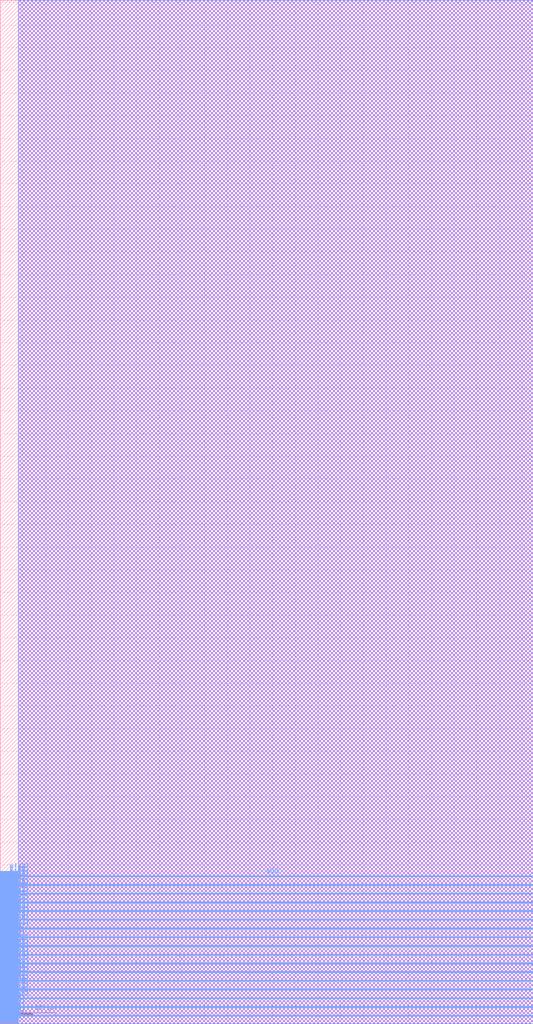
<source format=lef>
VERSION 5.6 ;
BUSBITCHARS "[]" ;
DIVIDERCHAR "/" ;

MACRO SRAM1RW512x64
  CLASS BLOCK ;
  ORIGIN 0 0 ;
  FOREIGN SRAM1RW512x64 0 0 ;
  SIZE 117.408 BY 225.472 ;
  SYMMETRY X Y ;
  SITE coreSite ;
  PIN VDD
    DIRECTION INOUT ;
    USE POWER ;
    PORT 
      LAYER M4 ;
        RECT 0.0 1.632 117.408 1.728 ;
        RECT 0.0 3.552 117.408 3.648 ;
        RECT 0.0 5.472 117.408 5.568 ;
        RECT 0.0 7.392 117.408 7.488 ;
        RECT 0.0 9.312 117.408 9.408 ;
        RECT 0.0 11.232 117.408 11.328 ;
        RECT 0.0 13.152 117.408 13.248 ;
        RECT 0.0 15.072 117.408 15.168 ;
        RECT 0.0 16.992 117.408 17.088 ;
        RECT 0.0 18.912 117.408 19.008 ;
        RECT 0.0 20.832 117.408 20.928 ;
        RECT 0.0 22.752 117.408 22.848 ;
        RECT 0.0 24.672 117.408 24.768 ;
        RECT 0.0 26.592 117.408 26.688 ;
        RECT 0.0 28.512 117.408 28.608 ;
        RECT 0.0 30.432 117.408 30.528 ;
        RECT 0.0 32.352 117.408 32.448 ;
    END 
  END VDD
  PIN VSS
    DIRECTION INOUT ;
    USE GROUND ;
    PORT 
      LAYER M4 ;
        RECT 0.0 1.824 117.408 1.92 ;
        RECT 0.0 3.744 117.408 3.84 ;
        RECT 0.0 5.664 117.408 5.76 ;
        RECT 0.0 7.584 117.408 7.68 ;
        RECT 0.0 9.504 117.408 9.6 ;
        RECT 0.0 11.424 117.408 11.52 ;
        RECT 0.0 13.344 117.408 13.44 ;
        RECT 0.0 15.264 117.408 15.36 ;
        RECT 0.0 17.184 117.408 17.28 ;
        RECT 0.0 19.104 117.408 19.2 ;
        RECT 0.0 21.024 117.408 21.12 ;
        RECT 0.0 22.944 117.408 23.04 ;
        RECT 0.0 24.864 117.408 24.96 ;
        RECT 0.0 26.784 117.408 26.88 ;
        RECT 0.0 28.704 117.408 28.8 ;
        RECT 0.0 30.624 117.408 30.72 ;
        RECT 0.0 32.544 117.408 32.64 ;
    END 
  END VSS
  PIN CE
    DIRECTION INPUT ;
    USE SIGNAL ;
    PORT 
      LAYER M4 ;
        RECT 0.0 0.096 4.0 0.192 ;
    END 
  END CE
  PIN WEB
    DIRECTION INPUT ;
    USE SIGNAL ;
    PORT 
      LAYER M4 ;
        RECT 0.0 0.288 4.0 0.384 ;
    END 
  END WEB
  PIN OEB
    DIRECTION INPUT ;
    USE SIGNAL ;
    PORT 
      LAYER M4 ;
        RECT 0.0 0.48 4.0 0.576 ;
    END 
  END OEB
  PIN CSB
    DIRECTION INPUT ;
    USE SIGNAL ;
    PORT 
      LAYER M4 ;
        RECT 0.0 0.672 4.0 0.768 ;
    END 
  END CSB
  PIN A[0]
    DIRECTION INPUT ;
    USE SIGNAL ;
    PORT 
      LAYER M4 ;
        RECT 0.0 0.864 4.0 0.96 ;
    END 
  END A[0]
  PIN A[1]
    DIRECTION INPUT ;
    USE SIGNAL ;
    PORT 
      LAYER M4 ;
        RECT 0.0 1.056 4.0 1.152 ;
    END 
  END A[1]
  PIN A[2]
    DIRECTION INPUT ;
    USE SIGNAL ;
    PORT 
      LAYER M4 ;
        RECT 0.0 1.248 4.0 1.344 ;
    END 
  END A[2]
  PIN A[3]
    DIRECTION INPUT ;
    USE SIGNAL ;
    PORT 
      LAYER M4 ;
        RECT 0.0 1.44 4.0 1.536 ;
    END 
  END A[3]
  PIN A[4]
    DIRECTION INPUT ;
    USE SIGNAL ;
    PORT 
      LAYER M4 ;
        RECT 0.0 2.016 4.0 2.112 ;
    END 
  END A[4]
  PIN A[5]
    DIRECTION INPUT ;
    USE SIGNAL ;
    PORT 
      LAYER M4 ;
        RECT 0.0 2.208 4.0 2.304 ;
    END 
  END A[5]
  PIN A[6]
    DIRECTION INPUT ;
    USE SIGNAL ;
    PORT 
      LAYER M4 ;
        RECT 0.0 2.4 4.0 2.496 ;
    END 
  END A[6]
  PIN A[7]
    DIRECTION INPUT ;
    USE SIGNAL ;
    PORT 
      LAYER M4 ;
        RECT 0.0 2.592 4.0 2.688 ;
    END 
  END A[7]
  PIN A[8]
    DIRECTION INPUT ;
    USE SIGNAL ;
    PORT 
      LAYER M4 ;
        RECT 0.0 2.784 4.0 2.88 ;
    END 
  END A[8]
  PIN I[0]
    DIRECTION INPUT ;
    USE SIGNAL ;
    PORT 
      LAYER M4 ;
        RECT 0.0 2.976 4.0 3.072 ;
    END 
  END I[0]
  PIN I[1]
    DIRECTION INPUT ;
    USE SIGNAL ;
    PORT 
      LAYER M4 ;
        RECT 0.0 3.168 4.0 3.264 ;
    END 
  END I[1]
  PIN I[2]
    DIRECTION INPUT ;
    USE SIGNAL ;
    PORT 
      LAYER M4 ;
        RECT 0.0 3.36 4.0 3.456 ;
    END 
  END I[2]
  PIN I[3]
    DIRECTION INPUT ;
    USE SIGNAL ;
    PORT 
      LAYER M4 ;
        RECT 0.0 3.936 4.0 4.032 ;
    END 
  END I[3]
  PIN I[4]
    DIRECTION INPUT ;
    USE SIGNAL ;
    PORT 
      LAYER M4 ;
        RECT 0.0 4.128 4.0 4.224 ;
    END 
  END I[4]
  PIN I[5]
    DIRECTION INPUT ;
    USE SIGNAL ;
    PORT 
      LAYER M4 ;
        RECT 0.0 4.32 4.0 4.416 ;
    END 
  END I[5]
  PIN I[6]
    DIRECTION INPUT ;
    USE SIGNAL ;
    PORT 
      LAYER M4 ;
        RECT 0.0 4.512 4.0 4.608 ;
    END 
  END I[6]
  PIN I[7]
    DIRECTION INPUT ;
    USE SIGNAL ;
    PORT 
      LAYER M4 ;
        RECT 0.0 4.704 4.0 4.8 ;
    END 
  END I[7]
  PIN I[8]
    DIRECTION INPUT ;
    USE SIGNAL ;
    PORT 
      LAYER M4 ;
        RECT 0.0 4.896 4.0 4.992 ;
    END 
  END I[8]
  PIN I[9]
    DIRECTION INPUT ;
    USE SIGNAL ;
    PORT 
      LAYER M4 ;
        RECT 0.0 5.088 4.0 5.184 ;
    END 
  END I[9]
  PIN I[10]
    DIRECTION INPUT ;
    USE SIGNAL ;
    PORT 
      LAYER M4 ;
        RECT 0.0 5.28 4.0 5.376 ;
    END 
  END I[10]
  PIN I[11]
    DIRECTION INPUT ;
    USE SIGNAL ;
    PORT 
      LAYER M4 ;
        RECT 0.0 5.856 4.0 5.952 ;
    END 
  END I[11]
  PIN I[12]
    DIRECTION INPUT ;
    USE SIGNAL ;
    PORT 
      LAYER M4 ;
        RECT 0.0 6.048 4.0 6.144 ;
    END 
  END I[12]
  PIN I[13]
    DIRECTION INPUT ;
    USE SIGNAL ;
    PORT 
      LAYER M4 ;
        RECT 0.0 6.24 4.0 6.336 ;
    END 
  END I[13]
  PIN I[14]
    DIRECTION INPUT ;
    USE SIGNAL ;
    PORT 
      LAYER M4 ;
        RECT 0.0 6.432 4.0 6.528 ;
    END 
  END I[14]
  PIN I[15]
    DIRECTION INPUT ;
    USE SIGNAL ;
    PORT 
      LAYER M4 ;
        RECT 0.0 6.624 4.0 6.72 ;
    END 
  END I[15]
  PIN I[16]
    DIRECTION INPUT ;
    USE SIGNAL ;
    PORT 
      LAYER M4 ;
        RECT 0.0 6.816 4.0 6.912 ;
    END 
  END I[16]
  PIN I[17]
    DIRECTION INPUT ;
    USE SIGNAL ;
    PORT 
      LAYER M4 ;
        RECT 0.0 7.008 4.0 7.104 ;
    END 
  END I[17]
  PIN I[18]
    DIRECTION INPUT ;
    USE SIGNAL ;
    PORT 
      LAYER M4 ;
        RECT 0.0 7.2 4.0 7.296 ;
    END 
  END I[18]
  PIN I[19]
    DIRECTION INPUT ;
    USE SIGNAL ;
    PORT 
      LAYER M4 ;
        RECT 0.0 7.776 4.0 7.872 ;
    END 
  END I[19]
  PIN I[20]
    DIRECTION INPUT ;
    USE SIGNAL ;
    PORT 
      LAYER M4 ;
        RECT 0.0 7.968 4.0 8.064 ;
    END 
  END I[20]
  PIN I[21]
    DIRECTION INPUT ;
    USE SIGNAL ;
    PORT 
      LAYER M4 ;
        RECT 0.0 8.16 4.0 8.256 ;
    END 
  END I[21]
  PIN I[22]
    DIRECTION INPUT ;
    USE SIGNAL ;
    PORT 
      LAYER M4 ;
        RECT 0.0 8.352 4.0 8.448 ;
    END 
  END I[22]
  PIN I[23]
    DIRECTION INPUT ;
    USE SIGNAL ;
    PORT 
      LAYER M4 ;
        RECT 0.0 8.544 4.0 8.64 ;
    END 
  END I[23]
  PIN I[24]
    DIRECTION INPUT ;
    USE SIGNAL ;
    PORT 
      LAYER M4 ;
        RECT 0.0 8.736 4.0 8.832 ;
    END 
  END I[24]
  PIN I[25]
    DIRECTION INPUT ;
    USE SIGNAL ;
    PORT 
      LAYER M4 ;
        RECT 0.0 8.928 4.0 9.024 ;
    END 
  END I[25]
  PIN I[26]
    DIRECTION INPUT ;
    USE SIGNAL ;
    PORT 
      LAYER M4 ;
        RECT 0.0 9.12 4.0 9.216 ;
    END 
  END I[26]
  PIN I[27]
    DIRECTION INPUT ;
    USE SIGNAL ;
    PORT 
      LAYER M4 ;
        RECT 0.0 9.696 4.0 9.792 ;
    END 
  END I[27]
  PIN I[28]
    DIRECTION INPUT ;
    USE SIGNAL ;
    PORT 
      LAYER M4 ;
        RECT 0.0 9.888 4.0 9.984 ;
    END 
  END I[28]
  PIN I[29]
    DIRECTION INPUT ;
    USE SIGNAL ;
    PORT 
      LAYER M4 ;
        RECT 0.0 10.08 4.0 10.176 ;
    END 
  END I[29]
  PIN I[30]
    DIRECTION INPUT ;
    USE SIGNAL ;
    PORT 
      LAYER M4 ;
        RECT 0.0 10.272 4.0 10.368 ;
    END 
  END I[30]
  PIN I[31]
    DIRECTION INPUT ;
    USE SIGNAL ;
    PORT 
      LAYER M4 ;
        RECT 0.0 10.464 4.0 10.56 ;
    END 
  END I[31]
  PIN I[32]
    DIRECTION INPUT ;
    USE SIGNAL ;
    PORT 
      LAYER M4 ;
        RECT 0.0 10.656 4.0 10.752 ;
    END 
  END I[32]
  PIN I[33]
    DIRECTION INPUT ;
    USE SIGNAL ;
    PORT 
      LAYER M4 ;
        RECT 0.0 10.848 4.0 10.944 ;
    END 
  END I[33]
  PIN I[34]
    DIRECTION INPUT ;
    USE SIGNAL ;
    PORT 
      LAYER M4 ;
        RECT 0.0 11.04 4.0 11.136 ;
    END 
  END I[34]
  PIN I[35]
    DIRECTION INPUT ;
    USE SIGNAL ;
    PORT 
      LAYER M4 ;
        RECT 0.0 11.616 4.0 11.712 ;
    END 
  END I[35]
  PIN I[36]
    DIRECTION INPUT ;
    USE SIGNAL ;
    PORT 
      LAYER M4 ;
        RECT 0.0 11.808 4.0 11.904 ;
    END 
  END I[36]
  PIN I[37]
    DIRECTION INPUT ;
    USE SIGNAL ;
    PORT 
      LAYER M4 ;
        RECT 0.0 12.0 4.0 12.096 ;
    END 
  END I[37]
  PIN I[38]
    DIRECTION INPUT ;
    USE SIGNAL ;
    PORT 
      LAYER M4 ;
        RECT 0.0 12.192 4.0 12.288 ;
    END 
  END I[38]
  PIN I[39]
    DIRECTION INPUT ;
    USE SIGNAL ;
    PORT 
      LAYER M4 ;
        RECT 0.0 12.384 4.0 12.48 ;
    END 
  END I[39]
  PIN I[40]
    DIRECTION INPUT ;
    USE SIGNAL ;
    PORT 
      LAYER M4 ;
        RECT 0.0 12.576 4.0 12.672 ;
    END 
  END I[40]
  PIN I[41]
    DIRECTION INPUT ;
    USE SIGNAL ;
    PORT 
      LAYER M4 ;
        RECT 0.0 12.768 4.0 12.864 ;
    END 
  END I[41]
  PIN I[42]
    DIRECTION INPUT ;
    USE SIGNAL ;
    PORT 
      LAYER M4 ;
        RECT 0.0 12.96 4.0 13.056 ;
    END 
  END I[42]
  PIN I[43]
    DIRECTION INPUT ;
    USE SIGNAL ;
    PORT 
      LAYER M4 ;
        RECT 0.0 13.536 4.0 13.632 ;
    END 
  END I[43]
  PIN I[44]
    DIRECTION INPUT ;
    USE SIGNAL ;
    PORT 
      LAYER M4 ;
        RECT 0.0 13.728 4.0 13.824 ;
    END 
  END I[44]
  PIN I[45]
    DIRECTION INPUT ;
    USE SIGNAL ;
    PORT 
      LAYER M4 ;
        RECT 0.0 13.92 4.0 14.016 ;
    END 
  END I[45]
  PIN I[46]
    DIRECTION INPUT ;
    USE SIGNAL ;
    PORT 
      LAYER M4 ;
        RECT 0.0 14.112 4.0 14.208 ;
    END 
  END I[46]
  PIN I[47]
    DIRECTION INPUT ;
    USE SIGNAL ;
    PORT 
      LAYER M4 ;
        RECT 0.0 14.304 4.0 14.4 ;
    END 
  END I[47]
  PIN I[48]
    DIRECTION INPUT ;
    USE SIGNAL ;
    PORT 
      LAYER M4 ;
        RECT 0.0 14.496 4.0 14.592 ;
    END 
  END I[48]
  PIN I[49]
    DIRECTION INPUT ;
    USE SIGNAL ;
    PORT 
      LAYER M4 ;
        RECT 0.0 14.688 4.0 14.784 ;
    END 
  END I[49]
  PIN I[50]
    DIRECTION INPUT ;
    USE SIGNAL ;
    PORT 
      LAYER M4 ;
        RECT 0.0 14.88 4.0 14.976 ;
    END 
  END I[50]
  PIN I[51]
    DIRECTION INPUT ;
    USE SIGNAL ;
    PORT 
      LAYER M4 ;
        RECT 0.0 15.456 4.0 15.552 ;
    END 
  END I[51]
  PIN I[52]
    DIRECTION INPUT ;
    USE SIGNAL ;
    PORT 
      LAYER M4 ;
        RECT 0.0 15.648 4.0 15.744 ;
    END 
  END I[52]
  PIN I[53]
    DIRECTION INPUT ;
    USE SIGNAL ;
    PORT 
      LAYER M4 ;
        RECT 0.0 15.84 4.0 15.936 ;
    END 
  END I[53]
  PIN I[54]
    DIRECTION INPUT ;
    USE SIGNAL ;
    PORT 
      LAYER M4 ;
        RECT 0.0 16.032 4.0 16.128 ;
    END 
  END I[54]
  PIN I[55]
    DIRECTION INPUT ;
    USE SIGNAL ;
    PORT 
      LAYER M4 ;
        RECT 0.0 16.224 4.0 16.32 ;
    END 
  END I[55]
  PIN I[56]
    DIRECTION INPUT ;
    USE SIGNAL ;
    PORT 
      LAYER M4 ;
        RECT 0.0 16.416 4.0 16.512 ;
    END 
  END I[56]
  PIN I[57]
    DIRECTION INPUT ;
    USE SIGNAL ;
    PORT 
      LAYER M4 ;
        RECT 0.0 16.608 4.0 16.704 ;
    END 
  END I[57]
  PIN I[58]
    DIRECTION INPUT ;
    USE SIGNAL ;
    PORT 
      LAYER M4 ;
        RECT 0.0 16.8 4.0 16.896 ;
    END 
  END I[58]
  PIN I[59]
    DIRECTION INPUT ;
    USE SIGNAL ;
    PORT 
      LAYER M4 ;
        RECT 0.0 17.376 4.0 17.472 ;
    END 
  END I[59]
  PIN I[60]
    DIRECTION INPUT ;
    USE SIGNAL ;
    PORT 
      LAYER M4 ;
        RECT 0.0 17.568 4.0 17.664 ;
    END 
  END I[60]
  PIN I[61]
    DIRECTION INPUT ;
    USE SIGNAL ;
    PORT 
      LAYER M4 ;
        RECT 0.0 17.76 4.0 17.856 ;
    END 
  END I[61]
  PIN I[62]
    DIRECTION INPUT ;
    USE SIGNAL ;
    PORT 
      LAYER M4 ;
        RECT 0.0 17.952 4.0 18.048 ;
    END 
  END I[62]
  PIN I[63]
    DIRECTION INPUT ;
    USE SIGNAL ;
    PORT 
      LAYER M4 ;
        RECT 0.0 18.144 4.0 18.24 ;
    END 
  END I[63]
  PIN O[0]
    DIRECTION OUTPUT ;
    USE SIGNAL ;
    PORT 
      LAYER M4 ;
        RECT 0.0 18.336 4.0 18.432 ;
    END 
  END O[0]
  PIN O[1]
    DIRECTION OUTPUT ;
    USE SIGNAL ;
    PORT 
      LAYER M4 ;
        RECT 0.0 18.528 4.0 18.624 ;
    END 
  END O[1]
  PIN O[2]
    DIRECTION OUTPUT ;
    USE SIGNAL ;
    PORT 
      LAYER M4 ;
        RECT 0.0 18.72 4.0 18.816 ;
    END 
  END O[2]
  PIN O[3]
    DIRECTION OUTPUT ;
    USE SIGNAL ;
    PORT 
      LAYER M4 ;
        RECT 0.0 19.296 4.0 19.392 ;
    END 
  END O[3]
  PIN O[4]
    DIRECTION OUTPUT ;
    USE SIGNAL ;
    PORT 
      LAYER M4 ;
        RECT 0.0 19.488 4.0 19.584 ;
    END 
  END O[4]
  PIN O[5]
    DIRECTION OUTPUT ;
    USE SIGNAL ;
    PORT 
      LAYER M4 ;
        RECT 0.0 19.68 4.0 19.776 ;
    END 
  END O[5]
  PIN O[6]
    DIRECTION OUTPUT ;
    USE SIGNAL ;
    PORT 
      LAYER M4 ;
        RECT 0.0 19.872 4.0 19.968 ;
    END 
  END O[6]
  PIN O[7]
    DIRECTION OUTPUT ;
    USE SIGNAL ;
    PORT 
      LAYER M4 ;
        RECT 0.0 20.064 4.0 20.16 ;
    END 
  END O[7]
  PIN O[8]
    DIRECTION OUTPUT ;
    USE SIGNAL ;
    PORT 
      LAYER M4 ;
        RECT 0.0 20.256 4.0 20.352 ;
    END 
  END O[8]
  PIN O[9]
    DIRECTION OUTPUT ;
    USE SIGNAL ;
    PORT 
      LAYER M4 ;
        RECT 0.0 20.448 4.0 20.544 ;
    END 
  END O[9]
  PIN O[10]
    DIRECTION OUTPUT ;
    USE SIGNAL ;
    PORT 
      LAYER M4 ;
        RECT 0.0 20.64 4.0 20.736 ;
    END 
  END O[10]
  PIN O[11]
    DIRECTION OUTPUT ;
    USE SIGNAL ;
    PORT 
      LAYER M4 ;
        RECT 0.0 21.216 4.0 21.312 ;
    END 
  END O[11]
  PIN O[12]
    DIRECTION OUTPUT ;
    USE SIGNAL ;
    PORT 
      LAYER M4 ;
        RECT 0.0 21.408 4.0 21.504 ;
    END 
  END O[12]
  PIN O[13]
    DIRECTION OUTPUT ;
    USE SIGNAL ;
    PORT 
      LAYER M4 ;
        RECT 0.0 21.6 4.0 21.696 ;
    END 
  END O[13]
  PIN O[14]
    DIRECTION OUTPUT ;
    USE SIGNAL ;
    PORT 
      LAYER M4 ;
        RECT 0.0 21.792 4.0 21.888 ;
    END 
  END O[14]
  PIN O[15]
    DIRECTION OUTPUT ;
    USE SIGNAL ;
    PORT 
      LAYER M4 ;
        RECT 0.0 21.984 4.0 22.08 ;
    END 
  END O[15]
  PIN O[16]
    DIRECTION OUTPUT ;
    USE SIGNAL ;
    PORT 
      LAYER M4 ;
        RECT 0.0 22.176 4.0 22.272 ;
    END 
  END O[16]
  PIN O[17]
    DIRECTION OUTPUT ;
    USE SIGNAL ;
    PORT 
      LAYER M4 ;
        RECT 0.0 22.368 4.0 22.464 ;
    END 
  END O[17]
  PIN O[18]
    DIRECTION OUTPUT ;
    USE SIGNAL ;
    PORT 
      LAYER M4 ;
        RECT 0.0 22.56 4.0 22.656 ;
    END 
  END O[18]
  PIN O[19]
    DIRECTION OUTPUT ;
    USE SIGNAL ;
    PORT 
      LAYER M4 ;
        RECT 0.0 23.136 4.0 23.232 ;
    END 
  END O[19]
  PIN O[20]
    DIRECTION OUTPUT ;
    USE SIGNAL ;
    PORT 
      LAYER M4 ;
        RECT 0.0 23.328 4.0 23.424 ;
    END 
  END O[20]
  PIN O[21]
    DIRECTION OUTPUT ;
    USE SIGNAL ;
    PORT 
      LAYER M4 ;
        RECT 0.0 23.52 4.0 23.616 ;
    END 
  END O[21]
  PIN O[22]
    DIRECTION OUTPUT ;
    USE SIGNAL ;
    PORT 
      LAYER M4 ;
        RECT 0.0 23.712 4.0 23.808 ;
    END 
  END O[22]
  PIN O[23]
    DIRECTION OUTPUT ;
    USE SIGNAL ;
    PORT 
      LAYER M4 ;
        RECT 0.0 23.904 4.0 24.0 ;
    END 
  END O[23]
  PIN O[24]
    DIRECTION OUTPUT ;
    USE SIGNAL ;
    PORT 
      LAYER M4 ;
        RECT 0.0 24.096 4.0 24.192 ;
    END 
  END O[24]
  PIN O[25]
    DIRECTION OUTPUT ;
    USE SIGNAL ;
    PORT 
      LAYER M4 ;
        RECT 0.0 24.288 4.0 24.384 ;
    END 
  END O[25]
  PIN O[26]
    DIRECTION OUTPUT ;
    USE SIGNAL ;
    PORT 
      LAYER M4 ;
        RECT 0.0 24.48 4.0 24.576 ;
    END 
  END O[26]
  PIN O[27]
    DIRECTION OUTPUT ;
    USE SIGNAL ;
    PORT 
      LAYER M4 ;
        RECT 0.0 25.056 4.0 25.152 ;
    END 
  END O[27]
  PIN O[28]
    DIRECTION OUTPUT ;
    USE SIGNAL ;
    PORT 
      LAYER M4 ;
        RECT 0.0 25.248 4.0 25.344 ;
    END 
  END O[28]
  PIN O[29]
    DIRECTION OUTPUT ;
    USE SIGNAL ;
    PORT 
      LAYER M4 ;
        RECT 0.0 25.44 4.0 25.536 ;
    END 
  END O[29]
  PIN O[30]
    DIRECTION OUTPUT ;
    USE SIGNAL ;
    PORT 
      LAYER M4 ;
        RECT 0.0 25.632 4.0 25.728 ;
    END 
  END O[30]
  PIN O[31]
    DIRECTION OUTPUT ;
    USE SIGNAL ;
    PORT 
      LAYER M4 ;
        RECT 0.0 25.824 4.0 25.92 ;
    END 
  END O[31]
  PIN O[32]
    DIRECTION OUTPUT ;
    USE SIGNAL ;
    PORT 
      LAYER M4 ;
        RECT 0.0 26.016 4.0 26.112 ;
    END 
  END O[32]
  PIN O[33]
    DIRECTION OUTPUT ;
    USE SIGNAL ;
    PORT 
      LAYER M4 ;
        RECT 0.0 26.208 4.0 26.304 ;
    END 
  END O[33]
  PIN O[34]
    DIRECTION OUTPUT ;
    USE SIGNAL ;
    PORT 
      LAYER M4 ;
        RECT 0.0 26.4 4.0 26.496 ;
    END 
  END O[34]
  PIN O[35]
    DIRECTION OUTPUT ;
    USE SIGNAL ;
    PORT 
      LAYER M4 ;
        RECT 0.0 26.976 4.0 27.072 ;
    END 
  END O[35]
  PIN O[36]
    DIRECTION OUTPUT ;
    USE SIGNAL ;
    PORT 
      LAYER M4 ;
        RECT 0.0 27.168 4.0 27.264 ;
    END 
  END O[36]
  PIN O[37]
    DIRECTION OUTPUT ;
    USE SIGNAL ;
    PORT 
      LAYER M4 ;
        RECT 0.0 27.36 4.0 27.456 ;
    END 
  END O[37]
  PIN O[38]
    DIRECTION OUTPUT ;
    USE SIGNAL ;
    PORT 
      LAYER M4 ;
        RECT 0.0 27.552 4.0 27.648 ;
    END 
  END O[38]
  PIN O[39]
    DIRECTION OUTPUT ;
    USE SIGNAL ;
    PORT 
      LAYER M4 ;
        RECT 0.0 27.744 4.0 27.84 ;
    END 
  END O[39]
  PIN O[40]
    DIRECTION OUTPUT ;
    USE SIGNAL ;
    PORT 
      LAYER M4 ;
        RECT 0.0 27.936 4.0 28.032 ;
    END 
  END O[40]
  PIN O[41]
    DIRECTION OUTPUT ;
    USE SIGNAL ;
    PORT 
      LAYER M4 ;
        RECT 0.0 28.128 4.0 28.224 ;
    END 
  END O[41]
  PIN O[42]
    DIRECTION OUTPUT ;
    USE SIGNAL ;
    PORT 
      LAYER M4 ;
        RECT 0.0 28.32 4.0 28.416 ;
    END 
  END O[42]
  PIN O[43]
    DIRECTION OUTPUT ;
    USE SIGNAL ;
    PORT 
      LAYER M4 ;
        RECT 0.0 28.896 4.0 28.992 ;
    END 
  END O[43]
  PIN O[44]
    DIRECTION OUTPUT ;
    USE SIGNAL ;
    PORT 
      LAYER M4 ;
        RECT 0.0 29.088 4.0 29.184 ;
    END 
  END O[44]
  PIN O[45]
    DIRECTION OUTPUT ;
    USE SIGNAL ;
    PORT 
      LAYER M4 ;
        RECT 0.0 29.28 4.0 29.376 ;
    END 
  END O[45]
  PIN O[46]
    DIRECTION OUTPUT ;
    USE SIGNAL ;
    PORT 
      LAYER M4 ;
        RECT 0.0 29.472 4.0 29.568 ;
    END 
  END O[46]
  PIN O[47]
    DIRECTION OUTPUT ;
    USE SIGNAL ;
    PORT 
      LAYER M4 ;
        RECT 0.0 29.664 4.0 29.76 ;
    END 
  END O[47]
  PIN O[48]
    DIRECTION OUTPUT ;
    USE SIGNAL ;
    PORT 
      LAYER M4 ;
        RECT 0.0 29.856 4.0 29.952 ;
    END 
  END O[48]
  PIN O[49]
    DIRECTION OUTPUT ;
    USE SIGNAL ;
    PORT 
      LAYER M4 ;
        RECT 0.0 30.048 4.0 30.144 ;
    END 
  END O[49]
  PIN O[50]
    DIRECTION OUTPUT ;
    USE SIGNAL ;
    PORT 
      LAYER M4 ;
        RECT 0.0 30.24 4.0 30.336 ;
    END 
  END O[50]
  PIN O[51]
    DIRECTION OUTPUT ;
    USE SIGNAL ;
    PORT 
      LAYER M4 ;
        RECT 0.0 30.816 4.0 30.912 ;
    END 
  END O[51]
  PIN O[52]
    DIRECTION OUTPUT ;
    USE SIGNAL ;
    PORT 
      LAYER M4 ;
        RECT 0.0 31.008 4.0 31.104 ;
    END 
  END O[52]
  PIN O[53]
    DIRECTION OUTPUT ;
    USE SIGNAL ;
    PORT 
      LAYER M4 ;
        RECT 0.0 31.2 4.0 31.296 ;
    END 
  END O[53]
  PIN O[54]
    DIRECTION OUTPUT ;
    USE SIGNAL ;
    PORT 
      LAYER M4 ;
        RECT 0.0 31.392 4.0 31.488 ;
    END 
  END O[54]
  PIN O[55]
    DIRECTION OUTPUT ;
    USE SIGNAL ;
    PORT 
      LAYER M4 ;
        RECT 0.0 31.584 4.0 31.68 ;
    END 
  END O[55]
  PIN O[56]
    DIRECTION OUTPUT ;
    USE SIGNAL ;
    PORT 
      LAYER M4 ;
        RECT 0.0 31.776 4.0 31.872 ;
    END 
  END O[56]
  PIN O[57]
    DIRECTION OUTPUT ;
    USE SIGNAL ;
    PORT 
      LAYER M4 ;
        RECT 0.0 31.968 4.0 32.064 ;
    END 
  END O[57]
  PIN O[58]
    DIRECTION OUTPUT ;
    USE SIGNAL ;
    PORT 
      LAYER M4 ;
        RECT 0.0 32.16 4.0 32.256 ;
    END 
  END O[58]
  PIN O[59]
    DIRECTION OUTPUT ;
    USE SIGNAL ;
    PORT 
      LAYER M4 ;
        RECT 0.0 32.736 4.0 32.832 ;
    END 
  END O[59]
  PIN O[60]
    DIRECTION OUTPUT ;
    USE SIGNAL ;
    PORT 
      LAYER M4 ;
        RECT 0.0 32.928 4.0 33.024 ;
    END 
  END O[60]
  PIN O[61]
    DIRECTION OUTPUT ;
    USE SIGNAL ;
    PORT 
      LAYER M4 ;
        RECT 0.0 33.12 4.0 33.216 ;
    END 
  END O[61]
  PIN O[62]
    DIRECTION OUTPUT ;
    USE SIGNAL ;
    PORT 
      LAYER M4 ;
        RECT 0.0 33.312 4.0 33.408 ;
    END 
  END O[62]
  PIN O[63]
    DIRECTION OUTPUT ;
    USE SIGNAL ;
    PORT 
      LAYER M4 ;
        RECT 0.0 33.504 4.0 33.6 ;
    END 
  END O[63]
  OBS 
    LAYER M1 ;
      RECT 4.0 0.0 117.408 225.472 ;
    LAYER M2 ;
      RECT 4.0 0.0 117.408 225.472 ;
    LAYER M3 ;
      RECT 4.0 0.0 117.408 225.472 ;
  END 
END SRAM1RW512x64

END LIBRARY
</source>
